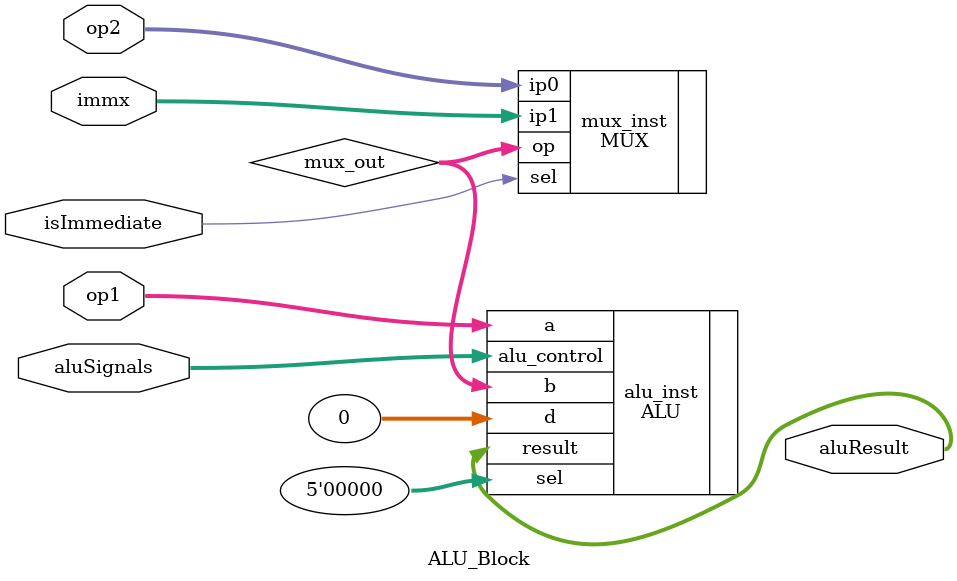
<source format=v>
module ALU_Block (
    input  wire [31:0] op1,
    input  wire [31:0] op2,
    input  wire [31:0] immx,
    input  wire        isImmediate,
    input  wire [4:0]  aluSignals,
    output wire [31:0] aluResult
);

    wire [31:0] mux_out;

    MUX mux_inst (
        .ip0(op2),
        .ip1(immx),
        .sel(isImmediate),
        .op(mux_out)
    );

    ALU alu_inst (
        .a(op1),
        .b(mux_out),
        .d(32'd0),
        .alu_control(aluSignals),
        .sel(5'd0),
        .result(aluResult)
    );

endmodule

</source>
